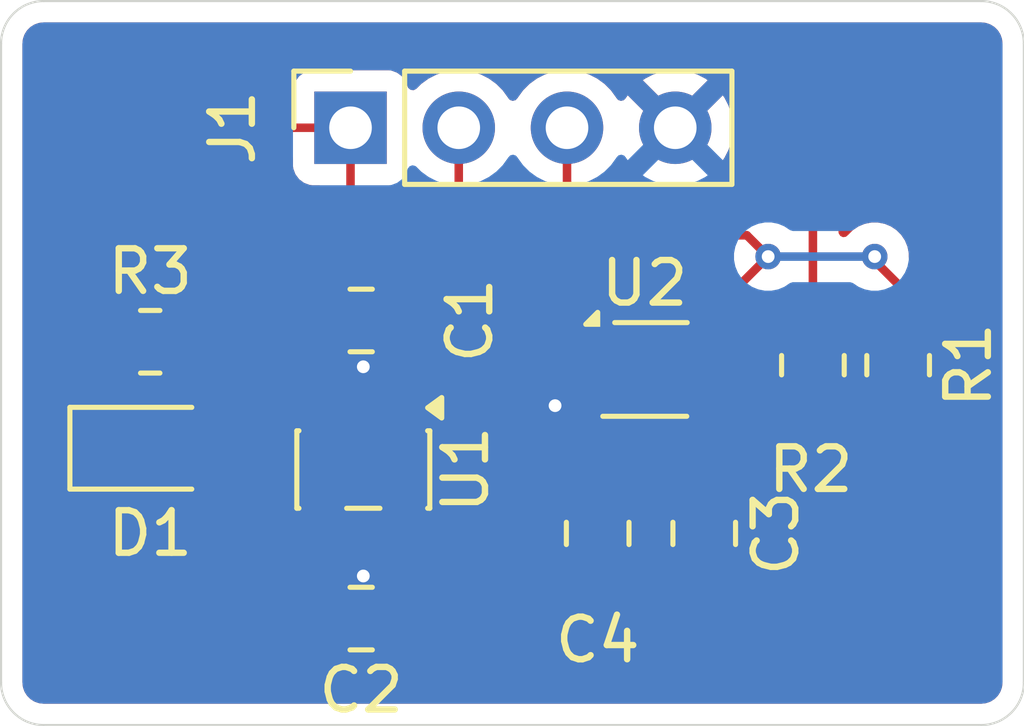
<source format=kicad_pcb>
(kicad_pcb (version 20241229) (generator "pcbnew") (generator_version "9.0")
  (layers (0 "F.Cu" signal) (2 "B.Cu" signal) (13 "F.Paste" user) (15 "B.Paste" user) (5 "F.SilkS" user "F.Silkscreen") (7 "B.SilkS" user "B.Silkscreen") (1 "F.Mask" user) (3 "B.Mask" user) (25 "Edge.Cuts" user))
  (net 0 "")
  (net 1 "GND")
  (net 2 "+5V")
  (net 3 "+2.8V")
  (net 4 "Net-(D1-A)")
  (net 5 "/SCL")
  (net 6 "/SDA")
  (footprint "Connector_PinSocket_2.54mm:PinSocket_1x04_P2.54mm_Vertical" (layer "F.Cu") (at 153.2 69.975 90)
    (property "Reference" "J1" (at 0 -2.77 90) (layer "F.SilkS"))
    (property "Value" "Conn_01x04_Pin")
    (fp_line (start 1.33 -1.33) (end 1.33 0) (stroke (width 0.12)) (layer "F.SilkS"))
    (fp_line (start 0 -1.33) (end 1.33 -1.33) (stroke (width 0.12)) (layer "F.SilkS"))
    (fp_line (start 1.33 1.27) (end 1.33 8.95) (stroke (width 0.12)) (layer "F.SilkS"))
    (fp_line (start -1.33 1.27) (end 1.33 1.27) (stroke (width 0.12)) (layer "F.SilkS"))
    (fp_line (start -1.33 1.27) (end -1.33 8.95) (stroke (width 0.12)) (layer "F.SilkS"))
    (fp_line (start -1.33 8.95) (end 1.33 8.95) (stroke (width 0.12)) (layer "F.SilkS"))
    (pad "1" thru_hole rect (at 0 0 90) (size 1.7 1.7) (drill 1) (layers "*.Cu" "*.Mask") (net 2 "+5V"))
    (pad "2" thru_hole circle (at 0 2.54 90) (size 1.7 1.7) (drill 1) (layers "*.Cu" "*.Mask") (net 6 "/SDA"))
    (pad "3" thru_hole circle (at 0 5.08 90) (size 1.7 1.7) (drill 1) (layers "*.Cu" "*.Mask") (net 5 "/SCL"))
    (pad "4" thru_hole circle (at 0 7.62 90) (size 1.7 1.7) (drill 1) (layers "*.Cu" "*.Mask") (net 1 "GND"))
  )
  (footprint "Package_TO_SOT_SMD:SOT-23-5" (layer "F.Cu") (at 153.5 78 -90)
    (property "Reference" "U1" (at 0 -2.4 90) (layer "F.SilkS"))
    (property "Value" "MIC5376")
    (fp_line (start -0.91 1.56) (end -0.91 1.51) (stroke (width 0.12)) (layer "F.SilkS"))
    (fp_line (start 0.91 1.56) (end -0.91 1.56) (stroke (width 0.12)) (layer "F.SilkS"))
    (fp_line (start 0.91 1.51) (end 0.91 1.56) (stroke (width 0.12)) (layer "F.SilkS"))
    (fp_line (start 0.91 -0.39) (end 0.91 0.39) (stroke (width 0.12)) (layer "F.SilkS"))
    (fp_line (start -0.91 -1.51) (end -0.91 -1.56) (stroke (width 0.12)) (layer "F.SilkS"))
    (fp_line (start -0.91 -1.56) (end 0.91 -1.56) (stroke (width 0.12)) (layer "F.SilkS"))
    (fp_line (start 0.91 -1.56) (end 0.91 -1.51) (stroke (width 0.12)) (layer "F.SilkS"))
    (fp_poly (pts (xy -1.45 -1.51) (xy -1.69 -1.84) (xy -1.21 -1.84)) (stroke (width 0.12)) (fill yes) (layer "F.SilkS"))
    (pad "1" smd roundrect (at -1.1375 -0.95 270) (size 1.325 0.6) (layers "F.Cu" "F.Mask" "F.Paste") (net 2 "+5V"))
    (pad "2" smd roundrect (at -1.1375 0 270) (size 1.325 0.6) (layers "F.Cu" "F.Mask" "F.Paste") (net 1 "GND"))
    (pad "3" smd roundrect (at -1.1375 0.95 270) (size 1.325 0.6) (layers "F.Cu" "F.Mask" "F.Paste") (net 2 "+5V"))
    (pad "4" smd roundrect (at 1.1375 0.95 270) (size 1.325 0.6) (layers "F.Cu" "F.Mask" "F.Paste"))
    (pad "5" smd roundrect (at 1.1375 -0.95 270) (size 1.325 0.6) (layers "F.Cu" "F.Mask" "F.Paste") (net 3 "+2.8V"))
  )
  (footprint "Capacitor_SMD:C_0805_2012Metric_Pad1.18x1.45mm_HandSolder" (layer "F.Cu") (at 153.45 81.5 180)
    (property "Reference" "C2" (at 0 -1.68 0) (layer "F.SilkS"))
    (property "Value" "1uf")
    (fp_line (start -0.261252 0.735) (end 0.261252 0.735) (stroke (width 0.12)) (layer "F.SilkS"))
    (fp_line (start -0.261252 -0.735) (end 0.261252 -0.735) (stroke (width 0.12)) (layer "F.SilkS"))
    (pad "1" smd roundrect (at -1.0375 0 180) (size 1.175 1.45) (layers "F.Cu" "F.Mask" "F.Paste") (roundrect_rratio 0.212766) (net 3 "+2.8V"))
    (pad "2" smd roundrect (at 1.0375 0 180) (size 1.175 1.45) (layers "F.Cu" "F.Mask" "F.Paste") (roundrect_rratio 0.212766) (net 1 "GND"))
  )
  (footprint "Capacitor_SMD:C_0805_2012Metric_Pad1.18x1.45mm_HandSolder" (layer "F.Cu") (at 159 79.5 -90)
    (property "Reference" "C4" (at 2.5 0 0) (layer "F.SilkS"))
    (property "Value" "4.7uf")
    (fp_line (start -0.261252 0.735) (end 0.261252 0.735) (stroke (width 0.12)) (layer "F.SilkS"))
    (fp_line (start -0.261252 -0.735) (end 0.261252 -0.735) (stroke (width 0.12)) (layer "F.SilkS"))
    (pad "1" smd roundrect (at -1.0375 0 270) (size 1.175 1.45) (layers "F.Cu" "F.Mask" "F.Paste") (roundrect_rratio 0.212766) (net 3 "+2.8V"))
    (pad "2" smd roundrect (at 1.0375 0 270) (size 1.175 1.45) (layers "F.Cu" "F.Mask" "F.Paste") (roundrect_rratio 0.212766) (net 1 "GND"))
  )
  (footprint "Capacitor_SMD:C_0805_2012Metric_Pad1.18x1.45mm_HandSolder" (layer "F.Cu") (at 153.45 74.5 180)
    (property "Reference" "C1" (at -2.55 0 90) (layer "F.SilkS"))
    (property "Value" "1uf")
    (fp_line (start -0.261252 0.735) (end 0.261252 0.735) (stroke (width 0.12)) (layer "F.SilkS"))
    (fp_line (start -0.261252 -0.735) (end 0.261252 -0.735) (stroke (width 0.12)) (layer "F.SilkS"))
    (pad "1" smd roundrect (at -1.0375 0 180) (size 1.175 1.45) (layers "F.Cu" "F.Mask" "F.Paste") (roundrect_rratio 0.212766) (net 2 "+5V"))
    (pad "2" smd roundrect (at 1.0375 0 180) (size 1.175 1.45) (layers "F.Cu" "F.Mask" "F.Paste") (roundrect_rratio 0.212766) (net 1 "GND"))
  )
  (footprint "Resistor_SMD:R_0805_2012Metric_Pad1.20x1.40mm_HandSolder" (layer "F.Cu") (at 148.5 75)
    (property "Reference" "R3" (at 0 -1.65 0) (layer "F.SilkS"))
    (property "Value" "1k")
    (fp_line (start -0.227064 -0.735) (end 0.227064 -0.735) (stroke (width 0.12)) (layer "F.SilkS"))
    (fp_line (start -0.227064 0.735) (end 0.227064 0.735) (stroke (width 0.12)) (layer "F.SilkS"))
    (pad "1" smd roundrect (at -1 0) (size 1.2 1.4) (layers "F.Cu" "F.Mask" "F.Paste") (roundrect_rratio 0.208333) (net 2 "+5V"))
    (pad "2" smd roundrect (at 1 0) (size 1.2 1.4) (layers "F.Cu" "F.Mask" "F.Paste") (roundrect_rratio 0.208333) (net 4 "Net-(D1-A)"))
  )
  (footprint "LED_SMD:LED_0805_2012Metric_Pad1.15x1.40mm_HandSolder" (layer "F.Cu") (at 148.475 77.5)
    (property "Reference" "D1" (at 0.025 2 0) (layer "F.SilkS"))
    (property "Value" "LED")
    (fp_line (start -1.86 -0.96) (end -1.86 0.96) (stroke (width 0.12)) (layer "F.SilkS"))
    (fp_line (start -1.86 0.96) (end 1 0.96) (stroke (width 0.12)) (layer "F.SilkS"))
    (fp_line (start 1 -0.96) (end -1.86 -0.96) (stroke (width 0.12)) (layer "F.SilkS"))
    (pad "1" smd roundrect (at -1.025 0) (size 1.15 1.4) (layers "F.Cu" "F.Mask" "F.Paste") (roundrect_rratio 0.217391) (net 1 "GND"))
    (pad "2" smd roundrect (at 1.025 0) (size 1.15 1.4) (layers "F.Cu" "F.Mask" "F.Paste") (roundrect_rratio 0.217391) (net 4 "Net-(D1-A)"))
  )
  (footprint "Resistor_SMD:R_0805_2012Metric_Pad1.20x1.40mm_HandSolder" (layer "F.Cu") (at 166.05 75.55 -90)
    (property "Reference" "R1" (at 0 -1.65 90) (layer "F.SilkS"))
    (property "Value" "10k")
    (fp_line (start -0.227064 0.735) (end 0.227064 0.735) (stroke (width 0.12)) (layer "F.SilkS"))
    (fp_line (start -0.227064 -0.735) (end 0.227064 -0.735) (stroke (width 0.12)) (layer "F.SilkS"))
    (pad "1" smd roundrect (at -1 0 270) (size 1.2 1.4) (layers "F.Cu" "F.Mask" "F.Paste") (roundrect_rratio 0.208333) (net 6 "/SDA"))
    (pad "2" smd roundrect (at 1 0 270) (size 1.2 1.4) (layers "F.Cu" "F.Mask" "F.Paste") (roundrect_rratio 0.208333) (net 3 "+2.8V"))
  )
  (footprint "Capacitor_SMD:C_0805_2012Metric_Pad1.18x1.45mm_HandSolder" (layer "F.Cu") (at 161.5 79.5 -90)
    (property "Reference" "C3" (at 0 -1.68 90) (layer "F.SilkS"))
    (property "Value" "0.1uf")
    (fp_line (start -0.261252 0.735) (end 0.261252 0.735) (stroke (width 0.12)) (layer "F.SilkS"))
    (fp_line (start -0.261252 -0.735) (end 0.261252 -0.735) (stroke (width 0.12)) (layer "F.SilkS"))
    (pad "1" smd roundrect (at -1.0375 0 270) (size 1.175 1.45) (layers "F.Cu" "F.Mask" "F.Paste") (roundrect_rratio 0.212766) (net 3 "+2.8V"))
    (pad "2" smd roundrect (at 1.0375 0 270) (size 1.175 1.45) (layers "F.Cu" "F.Mask" "F.Paste") (roundrect_rratio 0.212766) (net 1 "GND"))
  )
  (footprint "OptoDevice:Lite-On_LTR-303ALS-01" (layer "F.Cu") (at 160.1 75.65)
    (property "Reference" "U2" (at 0 -2.025 0) (layer "F.SilkS"))
    (property "Value" "LTR390")
    (fp_line (start -0.98 1.1) (end 0.99 1.1) (stroke (width 0.12)) (layer "F.SilkS"))
    (fp_line (start -0.7 -1.1) (end 1 -1.1) (stroke (width 0.12)) (layer "F.SilkS"))
    (fp_poly (pts (xy -1.1 -1.06) (xy -1.38 -1.06) (xy -1.1 -1.34) (xy -1.1 -1.06)) (stroke (width 0.12)) (fill yes) (layer "F.SilkS"))
    (pad "1" smd roundrect (at -0.9 -0.65) (size 0.65 0.3) (layers "F.Cu" "F.Mask" "F.Paste") (net 3 "+2.8V"))
    (pad "2" smd roundrect (at -0.9 0) (size 0.65 0.3) (layers "F.Cu" "F.Mask" "F.Paste"))
    (pad "3" smd roundrect (at -0.9 0.65) (size 0.65 0.3) (layers "F.Cu" "F.Mask" "F.Paste") (net 1 "GND"))
    (pad "4" smd roundrect (at 0.9 0.65) (size 0.65 0.3) (layers "F.Cu" "F.Mask" "F.Paste") (net 5 "/SCL"))
    (pad "5" smd roundrect (at 0.9 0) (size 0.65 0.3) (layers "F.Cu" "F.Mask" "F.Paste"))
    (pad "6" smd roundrect (at 0.9 -0.65) (size 0.65 0.3) (layers "F.Cu" "F.Mask" "F.Paste") (net 6 "/SDA"))
  )
  (footprint "Resistor_SMD:R_0805_2012Metric_Pad1.20x1.40mm_HandSolder" (layer "F.Cu") (at 164.05 75.55 -90)
    (property "Reference" "R2" (at 2.45 0.05 0) (layer "F.SilkS"))
    (property "Value" "10k")
    (fp_line (start -0.227064 0.735) (end 0.227064 0.735) (stroke (width 0.12)) (layer "F.SilkS"))
    (fp_line (start -0.227064 -0.735) (end 0.227064 -0.735) (stroke (width 0.12)) (layer "F.SilkS"))
    (pad "1" smd roundrect (at -1 0 270) (size 1.2 1.4) (layers "F.Cu" "F.Mask" "F.Paste") (roundrect_rratio 0.208333) (net 5 "/SCL"))
    (pad "2" smd roundrect (at 1 0 270) (size 1.2 1.4) (layers "F.Cu" "F.Mask" "F.Paste") (roundrect_rratio 0.208333) (net 3 "+2.8V"))
  )
  (gr_arc (start 146 84) (mid 145.292893 83.707107) (end 145 83) (stroke (width 0.05)) (layer "Edge.Cuts"))
  (gr_arc (start 168 67) (mid 168.707107 67.292893) (end 169 68) (stroke (width 0.05)) (layer "Edge.Cuts"))
  (gr_arc (start 169 83) (mid 168.707107 83.707107) (end 168 84) (stroke (width 0.05)) (layer "Edge.Cuts"))
  (gr_line (start 146 67) (end 168 67) (stroke (width 0.05)) (layer "Edge.Cuts"))
  (gr_line (start 169 68) (end 169 83) (stroke (width 0.05)) (layer "Edge.Cuts"))
  (gr_line (start 145 83) (end 145 68) (stroke (width 0.05)) (layer "Edge.Cuts"))
  (gr_line (start 168 84) (end 146 84) (stroke (width 0.05)) (layer "Edge.Cuts"))
  (gr_arc (start 145 68) (mid 145.292893 67.292893) (end 146 67) (stroke (width 0.05)) (layer "Edge.Cuts"))
  (segment (start 158.2 76.3) (end 158 76.5) (width 0.2) (layer "F.Cu") (net 1))
  (segment (start 153.5 75.5875) (end 152.4125 74.5) (width 0.2) (layer "F.Cu") (net 1))
  (segment (start 152.4125 81.5) (end 152.5 81.5) (width 0.2) (layer "F.Cu") (net 1))
  (segment (start 152.5 81.5) (end 153.5 80.5) (width 0.2) (layer "F.Cu") (net 1))
  (segment (start 159.2 76.3) (end 158.2 76.3) (width 0.2) (layer "F.Cu") (net 1))
  (via (at 158 76.5) (size 0.6) (drill 0.3) (layers "F.Cu" "B.Cu") (net 1))
  (via (at 153.5 80.5) (size 0.6) (drill 0.3) (layers "F.Cu" "B.Cu") (net 1))
  (via (at 153.5 75.5875) (size 0.6) (drill 0.3) (layers "F.Cu" "B.Cu") (net 1))
  (segment (start 154.4875 76) (end 154.4875 76.825) (width 0.2) (layer "F.Cu") (net 2))
  (segment (start 153.2 72.7) (end 153.2 69.975) (width 0.2) (layer "F.Cu") (net 2))
  (segment (start 147.5 73) (end 147.5 75) (width 0.2) (layer "F.Cu") (net 2))
  (segment (start 150.525 69.975) (end 147.5 73) (width 0.2) (layer "F.Cu") (net 2))
  (segment (start 154.4875 74.5) (end 154.4875 76) (width 0.2) (layer "F.Cu") (net 2))
  (segment (start 154.4875 76.825) (end 154.45 76.8625) (width 0.2) (layer "F.Cu") (net 2))
  (segment (start 154.4875 73.0125) (end 154.4875 74.5) (width 0.2) (layer "F.Cu") (net 2))
  (segment (start 153.5 73) (end 153.2 72.7) (width 0.2) (layer "F.Cu") (net 2))
  (segment (start 154.5 73) (end 154.4875 73.0125) (width 0.2) (layer "F.Cu") (net 2))
  (segment (start 153.5 73) (end 154.5 73) (width 0.2) (layer "F.Cu") (net 2))
  (segment (start 153.2 69.975) (end 150.525 69.975) (width 0.2) (layer "F.Cu") (net 2))
  (segment (start 159 77.5) (end 160 77.5) (width 0.2) (layer "F.Cu") (net 3))
  (segment (start 165.05 76.55) (end 164.05 76.55) (width 0.2) (layer "F.Cu") (net 3))
  (segment (start 156.5 81.5) (end 156.5 75) (width 0.2) (layer "F.Cu") (net 3))
  (segment (start 160 77.5) (end 161.5 77.5) (width 0.2) (layer "F.Cu") (net 3))
  (segment (start 166.05 76.55) (end 165.05 76.55) (width 0.2) (layer "F.Cu") (net 3))
  (segment (start 162.5 77.5) (end 162 77) (width 0.2) (layer "F.Cu") (net 3))
  (segment (start 159 78.4625) (end 159 77.5) (width 0.2) (layer "F.Cu") (net 3))
  (segment (start 154.4875 79.175) (end 154.45 79.1375) (width 0.2) (layer "F.Cu") (net 3))
  (segment (start 159.5 75) (end 159.2 75) (width 0.2) (layer "F.Cu") (net 3))
  (segment (start 162 77) (end 160 77) (width 0.2) (layer "F.Cu") (net 3))
  (segment (start 160 75.5) (end 159.5 75) (width 0.2) (layer "F.Cu") (net 3))
  (segment (start 165 77.5) (end 162.5 77.5) (width 0.2) (layer "F.Cu") (net 3))
  (segment (start 154.4875 81.5) (end 156.5 81.5) (width 0.2) (layer "F.Cu") (net 3))
  (segment (start 165.05 76.55) (end 165.05 77.45) (width 0.2) (layer "F.Cu") (net 3))
  (segment (start 156.5 75) (end 159.2 75) (width 0.2) (layer "F.Cu") (net 3))
  (segment (start 161.5 77.5) (end 161.5 78.4625) (width 0.2) (layer "F.Cu") (net 3))
  (segment (start 165.05 77.45) (end 165 77.5) (width 0.2) (layer "F.Cu") (net 3))
  (segment (start 160 77.5) (end 160 77) (width 0.2) (layer "F.Cu") (net 3))
  (segment (start 154.4875 81.5) (end 154.4875 79.175) (width 0.2) (layer "F.Cu") (net 3))
  (segment (start 160 77) (end 160 75.5) (width 0.2) (layer "F.Cu") (net 3))
  (segment (start 149.5 75) (end 149.5 77.5) (width 0.2) (layer "F.Cu") (net 4))
  (segment (start 163 75.5) (end 162.2 76.3) (width 0.2) (layer "F.Cu") (net 5))
  (segment (start 158.5 71.5) (end 164 71.5) (width 0.2) (layer "F.Cu") (net 5))
  (segment (start 164 71.5) (end 164.05 71.55) (width 0.2) (layer "F.Cu") (net 5))
  (segment (start 158.28 69.975) (end 158.28 71.28) (width 0.2) (layer "F.Cu") (net 5))
  (segment (start 164 75.5) (end 163 75.5) (width 0.2) (layer "F.Cu") (net 5))
  (segment (start 162.2 76.3) (end 161 76.3) (width 0.2) (layer "F.Cu") (net 5))
  (segment (start 164.05 74.55) (end 164.05 75.45) (width 0.2) (layer "F.Cu") (net 5))
  (segment (start 158.28 71.28) (end 158.5 71.5) (width 0.2) (layer "F.Cu") (net 5))
  (segment (start 164.05 71.55) (end 164.05 74.55) (width 0.2) (layer "F.Cu") (net 5))
  (segment (start 164.05 75.45) (end 164 75.5) (width 0.2) (layer "F.Cu") (net 5))
  (segment (start 163 73) (end 161 75) (width 0.2) (layer "F.Cu") (net 6))
  (segment (start 155.74 71.74) (end 155.74 69.975) (width 0.2) (layer "F.Cu") (net 6))
  (segment (start 162.5 72.5) (end 156.5 72.5) (width 0.2) (layer "F.Cu") (net 6))
  (segment (start 166.05 73.651) (end 166.05 74.55) (width 0.2) (layer "F.Cu") (net 6))
  (segment (start 163 73) (end 162.5 72.5) (width 0.2) (layer "F.Cu") (net 6))
  (segment (start 165.5 73.101) (end 166.05 73.651) (width 0.2) (layer "F.Cu") (net 6))
  (segment (start 165.5 73) (end 165.5 73.101) (width 0.2) (layer "F.Cu") (net 6))
  (segment (start 156.5 72.5) (end 155.74 71.74) (width 0.2) (layer "F.Cu") (net 6))
  (via (at 163 73) (size 0.6) (drill 0.3) (layers "F.Cu" "B.Cu") (net 6))
  (via (at 165.5 73) (size 0.6) (drill 0.3) (layers "F.Cu" "B.Cu") (net 6))
  (segment (start 165.5 73) (end 163 73) (width 0.2) (layer "B.Cu") (net 6))
  (zone (net 1) (net_name "GND") (layers "F.Cu" "B.Cu") (connect_pads (clearance 0.5)) (min_thickness 0.25) (fill yes (thermal_gap 0.5) (thermal_bridge_width 0.5))
    (polygon (pts (xy 145 67) (xy 145 84) (xy 169 84) (xy 169 67)))
  )
)
</source>
